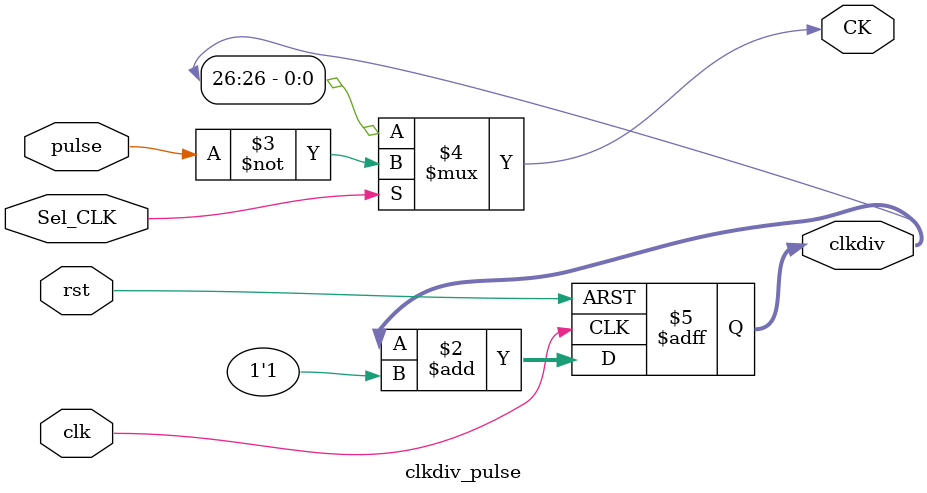
<source format=v>
`timescale 1ns / 1ps

module clkdiv_pulse(
	input clk,
	input rst,
	input Sel_CLK,
	input pulse,
	output CK,
	output reg [31:0] clkdiv
);
	 
	always @(posedge clk or posedge rst) begin
		if(rst) clkdiv <= 0;
		else clkdiv <= clkdiv + 1'b1;
	end
	
	assign CK = (Sel_CLK)? ~pulse : clkdiv[26];

endmodule

</source>
